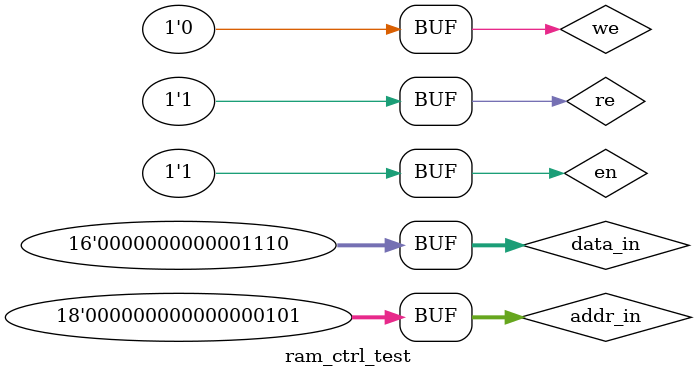
<source format=v>
`timescale 1ns / 1ns


module ram_ctrl_test;

	// Inputs
	reg en;
	reg re;
	reg we;
	reg [15:0] data_in;
	reg [17:0] addr_in;

	// Outputs
	wire ram_en;
	wire ram_oe;
	wire ram_we;
	wire done;
	wire [17:0] addr;
	wire [15:0] data_out;
	wire [15:0] data;

	// Instantiate the Unit Under Test (UUT)
	ram_controller uut (
		.en(en), 
		.re(re), 
		.we(we), 
		.data_in(data_in), 
		.addr_in(addr_in), 
		.ram_en(ram_en), 
		.ram_oe(ram_oe), 
		.ram_we(ram_we), 
		.done(done), 
		.addr(addr), 
		.data_out(data_out), 
		.data(data)
	);

	initial begin
		// Initialize Inputs
		en = 0;
		re = 0;
		we = 0;
		data_in = 0;
		addr_in = 0;

		// Wait 100 ns for global reset to finish
		#100;
        
		// Add stimulus here
		en = 1;
		data_in = 16'b1110;
		addr_in = 18'b0101;
		we = #10 1;
		//read
		we = #100 0;
		re = 1;
		
	end
      
endmodule


</source>
